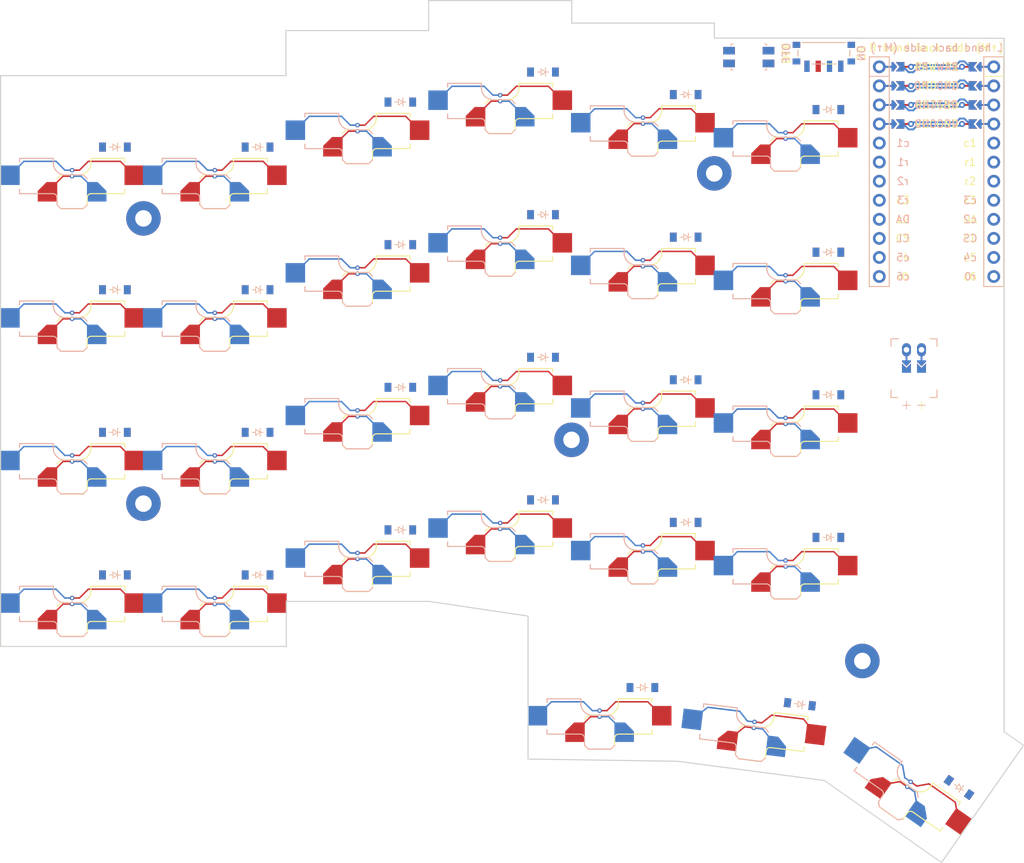
<source format=kicad_pcb>
(kicad_pcb (version 20240108) (generator "ergogen") (generator_version "4.2.1")
  (title_block (title "left") (date "2026-01-08") (rev "v1.0.0") (company "Unknown"))
  (layers (0 "F.Cu" signal) (31 "B.Cu" signal) (34 "B.Paste" user) (35 "F.Paste" user) (36 "B.SilkS" user "B.Silkscreen") (37 "F.SilkS" user "F.Silkscreen") (38 "B.Mask" user) (39 "F.Mask" user) (44 "Edge.Cuts" user))
  (net 0 "")
  (net 1 "outer_bottom")
  (net 2 "GND")
  (net 3 "D1")
  (net 4 "D2")
  (net 5 "outer_home")
  (net 6 "outer_above")
  (net 7 "outer_top")
  (net 8 "pinky_bottom")
  (net 9 "pinky_home")
  (net 10 "pinky_above")
  (net 11 "pinky_top")
  (net 12 "ring_bottom")
  (net 13 "ring_home")
  (net 14 "ring_above")
  (net 15 "ring_top")
  (net 16 "middle_bottom")
  (net 17 "middle_home")
  (net 18 "middle_above")
  (net 19 "middle_top")
  (net 20 "index_bottom")
  (net 21 "index_home")
  (net 22 "index_above")
  (net 23 "index_top")
  (net 24 "inner_bottom")
  (net 25 "inner_home")
  (net 26 "inner_above")
  (net 27 "inner_top")
  (net 28 "near_thumb")
  (net 29 "home_thumb")
  (net 30 "far_thumb")
  (net 31 "bottom")
  (net 32 "home")
  (net 33 "above")
  (net 34 "top")
  (net 35 "thumb")
  (net 36 "RAW")
  (net 37 "RST")
  (net 38 "VCC")
  (net 39 "P21")
  (net 40 "P20")
  (net 41 "P19")
  (net 42 "c3")
  (net 43 "c2")
  (net 44 "CS")
  (net 45 "c4")
  (net 46 "r0")
  (net 47 "P1")
  (net 48 "P0")
  (net 49 "c1")
  (net 50 "r1")
  (net 51 "r2")
  (net 52 "r3")
  (net 53 "DA")
  (net 54 "CL")
  (net 55 "c5")
  (net 56 "c6")
  (net 57 "P101")
  (net 58 "P102")
  (net 59 "P107")
  (net 60 "MCU1_24")
  (net 61 "MCU1_1")
  (net 62 "MCU1_23")
  (net 63 "MCU1_2")
  (net 64 "MCU1_22")
  (net 65 "MCU1_3")
  (net 66 "MCU1_21")
  (net 67 "MCU1_4")
  (net 68 "MCU1_20")
  (net 69 "MCU1_5")
  (net 70 "MCU1_19")
  (net 71 "MCU1_6")
  (net 72 "MCU1_18")
  (net 73 "MCU1_7")
  (net 74 "MCU1_17")
  (net 75 "MCU1_8")
  (net 76 "MCU1_16")
  (net 77 "MCU1_9")
  (net 78 "MCU1_15")
  (net 79 "MCU1_10")
  (net 80 "MCU1_14")
  (net 81 "MCU1_11")
  (net 82 "MCU1_13")
  (net 83 "MCU1_12")
  (net 84 "BAT_P")
  (net 85 "JST1_1")
  (net 86 "JST1_2")
  (footprint "ceoloide:switch_choc_v1_v2" (layer "B.Cu") (at 150 150 180)
    (property "Reference" "S1" hide)
  )
  (segment (start 146.725 155.95) (end 148.8 153.875) (width 0.2) (layer "F.Cu") (net 0))
  (segment (start 148.8 153.875) (end 150 153.875) (width 0.2) (layer "F.Cu") (net 0))
  (via (at 150 153.875) (size 0.6) (drill 0.3) (layers "F.Cu" "B.Cu") (net 0))
  (segment (start 151.2 153.875) (end 150 153.875) (width 0.2) (layer "B.Cu") (net 0))
  (segment (start 153.275 155.95) (end 151.2 153.875) (width 0.2) (layer "B.Cu") (net 0))
  (segment (start 156.421 151.896) (end 152.154 151.896) (width 0.2) (layer "F.Cu") (net 1))
  (segment (start 150.975 153.075) (end 150 153.075) (width 0.2) (layer "F.Cu") (net 1))
  (segment (start 158.275 153.75) (end 156.421 151.896) (width 0.2) (layer "F.Cu") (net 1))
  (segment (start 152.154 151.896) (end 150.975 153.075) (width 0.2) (layer "F.Cu") (net 1))
  (via (at 150 153.075) (size 0.6) (drill 0.3) (layers "F.Cu" "B.Cu") (net 1))
  (segment (start 147.859834 151.896) (end 149.038834 153.075) (width 0.2) (layer "B.Cu") (net 1))
  (segment (start 143.579 151.896) (end 147.859834 151.896) (width 0.2) (layer "B.Cu") (net 1))
  (segment (start 149.038834 153.075) (end 150 153.075) (width 0.2) (layer "B.Cu") (net 1))
  (segment (start 141.725 153.75) (end 143.579 151.896) (width 0.2) (layer "B.Cu") (net 1))
  (footprint "ceoloide:switch_choc_v1_v2" (layer "B.Cu") (at 150 131 180)
    (property "Reference" "S2" hide)
  )
  (segment (start 146.725 136.95) (end 148.8 134.875) (width 0.2) (layer "F.Cu") (net 0))
  (segment (start 148.8 134.875) (end 150 134.875) (width 0.2) (layer "F.Cu") (net 0))
  (via (at 150 134.875) (size 0.6) (drill 0.3) (layers "F.Cu" "B.Cu") (net 0))
  (segment (start 151.2 134.875) (end 150 134.875) (width 0.2) (layer "B.Cu") (net 0))
  (segment (start 153.275 136.95) (end 151.2 134.875) (width 0.2) (layer "B.Cu") (net 0))
  (segment (start 156.421 132.896) (end 152.154 132.896) (width 0.2) (layer "F.Cu") (net 5))
  (segment (start 150.975 134.075) (end 150 134.075) (width 0.2) (layer "F.Cu") (net 5))
  (segment (start 158.275 134.75) (end 156.421 132.896) (width 0.2) (layer "F.Cu") (net 5))
  (segment (start 152.154 132.896) (end 150.975 134.075) (width 0.2) (layer "F.Cu") (net 5))
  (via (at 150 134.075) (size 0.6) (drill 0.3) (layers "F.Cu" "B.Cu") (net 5))
  (segment (start 147.859834 132.896) (end 149.038834 134.075) (width 0.2) (layer "B.Cu") (net 5))
  (segment (start 143.579 132.896) (end 147.859834 132.896) (width 0.2) (layer "B.Cu") (net 5))
  (segment (start 149.038834 134.075) (end 150 134.075) (width 0.2) (layer "B.Cu") (net 5))
  (segment (start 141.725 134.75) (end 143.579 132.896) (width 0.2) (layer "B.Cu") (net 5))
  (footprint "ceoloide:switch_choc_v1_v2" (layer "B.Cu") (at 150 112 180)
    (property "Reference" "S3" hide)
  )
  (segment (start 146.725 117.95) (end 148.8 115.875) (width 0.2) (layer "F.Cu") (net 0))
  (segment (start 148.8 115.875) (end 150 115.875) (width 0.2) (layer "F.Cu") (net 0))
  (via (at 150 115.875) (size 0.6) (drill 0.3) (layers "F.Cu" "B.Cu") (net 0))
  (segment (start 151.2 115.875) (end 150 115.875) (width 0.2) (layer "B.Cu") (net 0))
  (segment (start 153.275 117.95) (end 151.2 115.875) (width 0.2) (layer "B.Cu") (net 0))
  (segment (start 156.421 113.896) (end 152.154 113.896) (width 0.2) (layer "F.Cu") (net 6))
  (segment (start 150.975 115.075) (end 150 115.075) (width 0.2) (layer "F.Cu") (net 6))
  (segment (start 158.275 115.75) (end 156.421 113.896) (width 0.2) (layer "F.Cu") (net 6))
  (segment (start 152.154 113.896) (end 150.975 115.075) (width 0.2) (layer "F.Cu") (net 6))
  (via (at 150 115.075) (size 0.6) (drill 0.3) (layers "F.Cu" "B.Cu") (net 6))
  (segment (start 147.859834 113.896) (end 149.038834 115.075) (width 0.2) (layer "B.Cu") (net 6))
  (segment (start 143.579 113.896) (end 147.859834 113.896) (width 0.2) (layer "B.Cu") (net 6))
  (segment (start 149.038834 115.075) (end 150 115.075) (width 0.2) (layer "B.Cu") (net 6))
  (segment (start 141.725 115.75) (end 143.579 113.896) (width 0.2) (layer "B.Cu") (net 6))
  (footprint "ceoloide:switch_choc_v1_v2" (layer "B.Cu") (at 150 93 180)
    (property "Reference" "S4" hide)
  )
  (segment (start 146.725 98.95) (end 148.8 96.875) (width 0.2) (layer "F.Cu") (net 0))
  (segment (start 148.8 96.875) (end 150 96.875) (width 0.2) (layer "F.Cu") (net 0))
  (via (at 150 96.875) (size 0.6) (drill 0.3) (layers "F.Cu" "B.Cu") (net 0))
  (segment (start 151.2 96.875) (end 150 96.875) (width 0.2) (layer "B.Cu") (net 0))
  (segment (start 153.275 98.95) (end 151.2 96.875) (width 0.2) (layer "B.Cu") (net 0))
  (segment (start 156.421 94.896) (end 152.154 94.896) (width 0.2) (layer "F.Cu") (net 7))
  (segment (start 150.975 96.075) (end 150 96.075) (width 0.2) (layer "F.Cu") (net 7))
  (segment (start 158.275 96.75) (end 156.421 94.896) (width 0.2) (layer "F.Cu") (net 7))
  (segment (start 152.154 94.896) (end 150.975 96.075) (width 0.2) (layer "F.Cu") (net 7))
  (via (at 150 96.075) (size 0.6) (drill 0.3) (layers "F.Cu" "B.Cu") (net 7))
  (segment (start 147.859834 94.896) (end 149.038834 96.075) (width 0.2) (layer "B.Cu") (net 7))
  (segment (start 143.579 94.896) (end 147.859834 94.896) (width 0.2) (layer "B.Cu") (net 7))
  (segment (start 149.038834 96.075) (end 150 96.075) (width 0.2) (layer "B.Cu") (net 7))
  (segment (start 141.725 96.75) (end 143.579 94.896) (width 0.2) (layer "B.Cu") (net 7))
  (footprint "ceoloide:switch_choc_v1_v2" (layer "B.Cu") (at 169 150 180)
    (property "Reference" "S5" hide)
  )
  (segment (start 165.725 155.95) (end 167.8 153.875) (width 0.2) (layer "F.Cu") (net 0))
  (segment (start 167.8 153.875) (end 169 153.875) (width 0.2) (layer "F.Cu") (net 0))
  (via (at 169 153.875) (size 0.6) (drill 0.3) (layers "F.Cu" "B.Cu") (net 0))
  (segment (start 170.2 153.875) (end 169 153.875) (width 0.2) (layer "B.Cu") (net 0))
  (segment (start 172.275 155.95) (end 170.2 153.875) (width 0.2) (layer "B.Cu") (net 0))
  (segment (start 175.421 151.896) (end 171.154 151.896) (width 0.2) (layer "F.Cu") (net 8))
  (segment (start 169.975 153.075) (end 169 153.075) (width 0.2) (layer "F.Cu") (net 8))
  (segment (start 177.275 153.75) (end 175.421 151.896) (width 0.2) (layer "F.Cu") (net 8))
  (segment (start 171.154 151.896) (end 169.975 153.075) (width 0.2) (layer "F.Cu") (net 8))
  (via (at 169 153.075) (size 0.6) (drill 0.3) (layers "F.Cu" "B.Cu") (net 8))
  (segment (start 166.859834 151.896) (end 168.038834 153.075) (width 0.2) (layer "B.Cu") (net 8))
  (segment (start 162.579 151.896) (end 166.859834 151.896) (width 0.2) (layer "B.Cu") (net 8))
  (segment (start 168.038834 153.075) (end 169 153.075) (width 0.2) (layer "B.Cu") (net 8))
  (segment (start 160.725 153.75) (end 162.579 151.896) (width 0.2) (layer "B.Cu") (net 8))
  (footprint "ceoloide:switch_choc_v1_v2" (layer "B.Cu") (at 169 131 180)
    (property "Reference" "S6" hide)
  )
  (segment (start 165.725 136.95) (end 167.8 134.875) (width 0.2) (layer "F.Cu") (net 0))
  (segment (start 167.8 134.875) (end 169 134.875) (width 0.2) (layer "F.Cu") (net 0))
  (via (at 169 134.875) (size 0.6) (drill 0.3) (layers "F.Cu" "B.Cu") (net 0))
  (segment (start 170.2 134.875) (end 169 134.875) (width 0.2) (layer "B.Cu") (net 0))
  (segment (start 172.275 136.95) (end 170.2 134.875) (width 0.2) (layer "B.Cu") (net 0))
  (segment (start 175.421 132.896) (end 171.154 132.896) (width 0.2) (layer "F.Cu") (net 9))
  (segment (start 169.975 134.075) (end 169 134.075) (width 0.2) (layer "F.Cu") (net 9))
  (segment (start 177.275 134.75) (end 175.421 132.896) (width 0.2) (layer "F.Cu") (net 9))
  (segment (start 171.154 132.896) (end 169.975 134.075) (width 0.2) (layer "F.Cu") (net 9))
  (via (at 169 134.075) (size 0.6) (drill 0.3) (layers "F.Cu" "B.Cu") (net 9))
  (segment (start 166.859834 132.896) (end 168.038834 134.075) (width 0.2) (layer "B.Cu") (net 9))
  (segment (start 162.579 132.896) (end 166.859834 132.896) (width 0.2) (layer "B.Cu") (net 9))
  (segment (start 168.038834 134.075) (end 169 134.075) (width 0.2) (layer "B.Cu") (net 9))
  (segment (start 160.725 134.75) (end 162.579 132.896) (width 0.2) (layer "B.Cu") (net 9))
  (footprint "ceoloide:switch_choc_v1_v2" (layer "B.Cu") (at 169 112 180)
    (property "Reference" "S7" hide)
  )
  (segment (start 165.725 117.95) (end 167.8 115.875) (width 0.2) (layer "F.Cu") (net 0))
  (segment (start 167.8 115.875) (end 169 115.875) (width 0.2) (layer "F.Cu") (net 0))
  (via (at 169 115.875) (size 0.6) (drill 0.3) (layers "F.Cu" "B.Cu") (net 0))
  (segment (start 170.2 115.875) (end 169 115.875) (width 0.2) (layer "B.Cu") (net 0))
  (segment (start 172.275 117.95) (end 170.2 115.875) (width 0.2) (layer "B.Cu") (net 0))
  (segment (start 175.421 113.896) (end 171.154 113.896) (width 0.2) (layer "F.Cu") (net 10))
  (segment (start 169.975 115.075) (end 169 115.075) (width 0.2) (layer "F.Cu") (net 10))
  (segment (start 177.275 115.75) (end 175.421 113.896) (width 0.2) (layer "F.Cu") (net 10))
  (segment (start 171.154 113.896) (end 169.975 115.075) (width 0.2) (layer "F.Cu") (net 10))
  (via (at 169 115.075) (size 0.6) (drill 0.3) (layers "F.Cu" "B.Cu") (net 10))
  (segment (start 166.859834 113.896) (end 168.038834 115.075) (width 0.2) (layer "B.Cu") (net 10))
  (segment (start 162.579 113.896) (end 166.859834 113.896) (width 0.2) (layer "B.Cu") (net 10))
  (segment (start 168.038834 115.075) (end 169 115.075) (width 0.2) (layer "B.Cu") (net 10))
  (segment (start 160.725 115.75) (end 162.579 113.896) (width 0.2) (layer "B.Cu") (net 10))
  (footprint "ceoloide:switch_choc_v1_v2" (layer "B.Cu") (at 169 93 180)
    (property "Reference" "S8" hide)
  )
  (segment (start 165.725 98.95) (end 167.8 96.875) (width 0.2) (layer "F.Cu") (net 0))
  (segment (start 167.8 96.875) (end 169 96.875) (width 0.2) (layer "F.Cu") (net 0))
  (via (at 169 96.875) (size 0.6) (drill 0.3) (layers "F.Cu" "B.Cu") (net 0))
  (segment (start 170.2 96.875) (end 169 96.875) (width 0.2) (layer "B.Cu") (net 0))
  (segment (start 172.275 98.95) (end 170.2 96.875) (width 0.2) (layer "B.Cu") (net 0))
  (segment (start 175.421 94.896) (end 171.154 94.896) (width 0.2) (layer "F.Cu") (net 11))
  (segment (start 169.975 96.075) (end 169 96.075) (width 0.2) (layer "F.Cu") (net 11))
  (segment (start 177.275 96.75) (end 175.421 94.896) (width 0.2) (layer "F.Cu") (net 11))
  (segment (start 171.154 94.896) (end 169.975 96.075) (width 0.2) (layer "F.Cu") (net 11))
  (via (at 169 96.075) (size 0.6) (drill 0.3) (layers "F.Cu" "B.Cu") (net 11))
  (segment (start 166.859834 94.896) (end 168.038834 96.075) (width 0.2) (layer "B.Cu") (net 11))
  (segment (start 162.579 94.896) (end 166.859834 94.896) (width 0.2) (layer "B.Cu") (net 11))
  (segment (start 168.038834 96.075) (end 169 96.075) (width 0.2) (layer "B.Cu") (net 11))
  (segment (start 160.725 96.75) (end 162.579 94.896) (width 0.2) (layer "B.Cu") (net 11))
  (footprint "ceoloide:switch_choc_v1_v2" (layer "B.Cu") (at 188 144 180)
    (property "Reference" "S9" hide)
  )
  (segment (start 184.725 149.95) (end 186.8 147.875) (width 0.2) (layer "F.Cu") (net 0))
  (segment (start 186.8 147.875) (end 188 147.875) (width 0.2) (layer "F.Cu") (net 0))
  (via (at 188 147.875) (size 0.6) (drill 0.3) (layers "F.Cu" "B.Cu") (net 0))
  (segment (start 189.2 147.875) (end 188 147.875) (width 0.2) (layer "B.Cu") (net 0))
  (segment (start 191.275 149.95) (end 189.2 147.875) (width 0.2) (layer "B.Cu") (net 0))
  (segment (start 194.421 145.896) (end 190.154 145.896) (width 0.2) (layer "F.Cu") (net 12))
  (segment (start 188.975 147.075) (end 188 147.075) (width 0.2) (layer "F.Cu") (net 12))
  (segment (start 196.275 147.75) (end 194.421 145.896) (width 0.2) (layer "F.Cu") (net 12))
  (segment (start 190.154 145.896) (end 188.975 147.075) (width 0.2) (layer "F.Cu") (net 12))
  (via (at 188 147.075) (size 0.6) (drill 0.3) (layers "F.Cu" "B.Cu") (net 12))
  (segment (start 185.859834 145.896) (end 187.038834 147.075) (width 0.2) (layer "B.Cu") (net 12))
  (segment (start 181.579 145.896) (end 185.859834 145.896) (width 0.2) (layer "B.Cu") (net 12))
  (segment (start 187.038834 147.075) (end 188 147.075) (width 0.2) (layer "B.Cu") (net 12))
  (segment (start 179.725 147.75) (end 181.579 145.896) (width 0.2) (layer "B.Cu") (net 12))
  (footprint "ceoloide:switch_choc_v1_v2" (layer "B.Cu") (at 188 125 180)
    (property "Reference" "S10" hide)
  )
  (segment (start 184.725 130.95) (end 186.8 128.875) (width 0.2) (layer "F.Cu") (net 0))
  (segment (start 186.8 128.875) (end 188 128.875) (width 0.2) (layer "F.Cu") (net 0))
  (via (at 188 128.875) (size 0.6) (drill 0.3) (layers "F.Cu" "B.Cu") (net 0))
  (segment (start 189.2 128.875) (end 188 128.875) (width 0.2) (layer "B.Cu") (net 0))
  (segment (start 191.275 130.95) (end 189.2 128.875) (width 0.2) (layer "B.Cu") (net 0))
  (segment (start 194.421 126.896) (end 190.154 126.896) (width 0.2) (layer "F.Cu") (net 13))
  (segment (start 188.975 128.075) (end 188 128.075) (width 0.2) (layer "F.Cu") (net 13))
  (segment (start 196.275 128.75) (end 194.421 126.896) (width 0.2) (layer "F.Cu") (net 13))
  (segment (start 190.154 126.896) (end 188.975 128.075) (width 0.2) (layer "F.Cu") (net 13))
  (via (at 188 128.075) (size 0.6) (drill 0.3) (layers "F.Cu" "B.Cu") (net 13))
  (segment (start 185.859834 126.896) (end 187.038834 128.075) (width 0.2) (layer "B.Cu") (net 13))
  (segment (start 181.579 126.896) (end 185.859834 126.896) (width 0.2) (layer "B.Cu") (net 13))
  (segment (start 187.038834 128.075) (end 188 128.075) (width 0.2) (layer "B.Cu") (net 13))
  (segment (start 179.725 128.75) (end 181.579 126.896) (width 0.2) (layer "B.Cu") (net 13))
  (footprint "ceoloide:switch_choc_v1_v2" (layer "B.Cu") (at 188 106 180)
    (property "Reference" "S11" hide)
  )
  (segment (start 184.725 111.95) (end 186.8 109.875) (width 0.2) (layer "F.Cu") (net 0))
  (segment (start 186.8 109.875) (end 188 109.875) (width 0.2) (layer "F.Cu") (net 0))
  (via (at 188 109.875) (size 0.6) (drill 0.3) (layers "F.Cu" "B.Cu") (net 0))
  (segment (start 189.2 109.875) (end 188 109.875) (width 0.2) (layer "B.Cu") (net 0))
  (segment (start 191.275 111.95) (end 189.2 109.875) (width 0.2) (layer "B.Cu") (net 0))
  (segment (start 194.421 107.896) (end 190.154 107.896) (width 0.2) (layer "F.Cu") (net 14))
  (segment (start 188.975 109.075) (end 188 109.075) (width 0.2) (layer "F.Cu") (net 14))
  (segment (start 196.275 109.75) (end 194.421 107.896) (width 0.2) (layer "F.Cu") (net 14))
  (segment (start 190.154 107.896) (end 188.975 109.075) (width 0.2) (layer "F.Cu") (net 14))
  (via (at 188 109.075) (size 0.6) (drill 0.3) (layers "F.Cu" "B.Cu") (net 14))
  (segment (start 185.859834 107.896) (end 187.038834 109.075) (width 0.2) (layer "B.Cu") (net 14))
  (segment (start 181.579 107.896) (end 185.859834 107.896) (width 0.2) (layer "B.Cu") (net 14))
  (segment (start 187.038834 109.075) (end 188 109.075) (width 0.2) (layer "B.Cu") (net 14))
  (segment (start 179.725 109.75) (end 181.579 107.896) (width 0.2) (layer "B.Cu") (net 14))
  (footprint "ceoloide:switch_choc_v1_v2" (layer "B.Cu") (at 188 87 180)
    (property "Reference" "S12" hide)
  )
  (segment (start 184.725 92.95) (end 186.8 90.875) (width 0.2) (layer "F.Cu") (net 0))
  (segment (start 186.8 90.875) (end 188 90.875) (width 0.2) (layer "F.Cu") (net 0))
  (via (at 188 90.875) (size 0.6) (drill 0.3) (layers "F.Cu" "B.Cu") (net 0))
  (segment (start 189.2 90.875) (end 188 90.875) (width 0.2) (layer "B.Cu") (net 0))
  (segment (start 191.275 92.95) (end 189.2 90.875) (width 0.2) (layer "B.Cu") (net 0))
  (segment (start 194.421 88.896) (end 190.154 88.896) (width 0.2) (layer "F.Cu") (net 15))
  (segment (start 188.975 90.075) (end 188 90.075) (width 0.2) (layer "F.Cu") (net 15))
  (segment (start 196.275 90.75) (end 194.421 88.896) (width 0.2) (layer "F.Cu") (net 15))
  (segment (start 190.154 88.896) (end 188.975 90.075) (width 0.2) (layer "F.Cu") (net 15))
  (via (at 188 90.075) (size 0.6) (drill 0.3) (layers "F.Cu" "B.Cu") (net 15))
  (segment (start 185.859834 88.896) (end 187.038834 90.075) (width 0.2) (layer "B.Cu") (net 15))
  (segment (start 181.579 88.896) (end 185.859834 88.896) (width 0.2) (layer "B.Cu") (net 15))
  (segment (start 187.038834 90.075) (end 188 90.075) (width 0.2) (layer "B.Cu") (net 15))
  (segment (start 179.725 90.75) (end 181.579 88.896) (width 0.2) (layer "B.Cu") (net 15))
  (footprint "ceoloide:switch_choc_v1_v2" (layer "B.Cu") (at 207 140 180)
    (property "Reference" "S13" hide)
  )
  (segment (start 203.725 145.95) (end 205.8 143.875) (width 0.2) (layer "F.Cu") (net 0))
  (segment (start 205.8 143.875) (end 207 143.875) (width 0.2) (layer "F.Cu") (net 0))
  (via (at 207 143.875) (size 0.6) (drill 0.3) (layers "F.Cu" "B.Cu") (net 0))
  (segment (start 208.2 143.875) (end 207 143.875) (width 0.2) (layer "B.Cu") (net 0))
  (segment (start 210.275 145.95) (end 208.2 143.875) (width 0.2) (layer "B.Cu") (net 0))
  (segment (start 213.421 141.896) (end 209.154 141.896) (width 0.2) (layer "F.Cu") (net 16))
  (segment (start 207.975 143.075) (end 207 143.075) (width 0.2) (layer "F.Cu") (net 16))
  (segment (start 215.275 143.75) (end 213.421 141.896) (width 0.2) (layer "F.Cu") (net 16))
  (segment (start 209.154 141.896) (end 207.975 143.075) (width 0.2) (layer "F.Cu") (net 16))
  (via (at 207 143.075) (size 0.6) (drill 0.3) (layers "F.Cu" "B.Cu") (net 16))
  (segment (start 204.859834 141.896) (end 206.038834 143.075) (width 0.2) (layer "B.Cu") (net 16))
  (segment (start 200.579 141.896) (end 204.859834 141.896) (width 0.2) (layer "B.Cu") (net 16))
  (segment (start 206.038834 143.075) (end 207 143.075) (width 0.2) (layer "B.Cu") (net 16))
  (segment (start 198.725 143.75) (end 200.579 141.896) (width 0.2) (layer "B.Cu") (net 16))
  (footprint "ceoloide:switch_choc_v1_v2" (layer "B.Cu") (at 207 121 180)
    (property "Reference" "S14" hide)
  )
  (segment (start 203.725 126.95) (end 205.8 124.875) (width 0.2) (layer "F.Cu") (net 0))
  (segment (start 205.8 124.875) (end 207 124.875) (width 0.2) (layer "F.Cu") (net 0))
  (via (at 207 124.875) (size 0.6) (drill 0.3) (layers "F.Cu" "B.Cu") (net 0))
  (segment (start 208.2 124.875) (end 207 124.875) (width 0.2) (layer "B.Cu") (net 0))
  (segment (start 210.275 126.95) (end 208.2 124.875) (width 0.2) (layer "B.Cu") (net 0))
  (segment (start 213.421 122.896) (end 209.154 122.896) (width 0.2) (layer "F.Cu") (net 17))
  (segment (start 207.975 124.075) (end 207 124.075) (width 0.2) (layer "F.Cu") (net 17))
  (segment (start 215.275 124.75) (end 213.421 122.896) (width 0.2) (layer "F.Cu") (net 17))
  (segment (start 209.154 122.896) (end 207.975 124.075) (width 0.2) (layer "F.Cu") (net 17))
  (via (at 207 124.075) (size 0.6) (drill 0.3) (layers "F.Cu" "B.Cu") (net 17))
  (segment (start 204.859834 122.896) (end 206.038834 124.075) (width 0.2) (layer "B.Cu") (net 17))
  (segment (start 200.579 122.896) (end 204.859834 122.896) (width 0.2) (layer "B.Cu") (net 17))
  (segment (start 206.038834 124.075) (end 207 124.075) (width 0.2) (layer "B.Cu") (net 17))
  (segment (start 198.725 124.75) (end 200.579 122.896) (width 0.2) (layer "B.Cu") (net 17))
  (footprint "ceoloide:switch_choc_v1_v2" (layer "B.Cu") (at 207 102 180)
    (property "Reference" "S15" hide)
  )
  (segment (start 203.725 107.95) (end 205.8 105.875) (width 0.2) (layer "F.Cu") (net 0))
  (segment (start 205.8 105.875) (end 207 105.875) (width 0.2) (layer "F.Cu") (net 0))
  (via (at 207 105.875) (size 0.6) (drill 0.3) (layers "F.Cu" "B.Cu") (net 0))
  (segment (start 208.2 105.875) (end 207 105.875) (width 0.2) (layer "B.Cu") (net 0))
  (segment (start 210.275 107.95) (end 208.2 105.875) (width 0.2) (layer "B.Cu") (net 0))
  (segment (start 213.421 103.896) (end 209.154 103.896) (width 0.2) (layer "F.Cu") (net 18))
  (segment (start 207.975 105.075) (end 207 105.075) (width 0.2) (layer "F.Cu") (net 18))
  (segment (start 215.275 105.75) (end 213.421 103.896) (width 0.2) (layer "F.Cu") (net 18))
  (segment (start 209.154 103.896) (end 207.975 105.075) (width 0.2) (layer "F.Cu") (net 18))
  (via (at 207 105.075) (size 0.6) (drill 0.3) (layers "F.Cu" "B.Cu") (net 18))
  (segment (start 204.859834 103.896) (end 206.038834 105.075) (width 0.2) (layer "B.Cu") (net 18))
  (segment (start 200.579 103.896) (end 204.859834 103.896) (width 0.2) (layer "B.Cu") (net 18))
  (segment (start 206.038834 105.075) (end 207 105.075) (width 0.2) (layer "B.Cu") (net 18))
  (segment (start 198.725 105.75) (end 200.579 103.896) (width 0.2) (layer "B.Cu") (net 18))
  (footprint "ceoloide:switch_choc_v1_v2" (layer "B.Cu") (at 207 83 180)
    (property "Reference" "S16" hide)
  )
  (segment (start 203.725 88.95) (end 205.8 86.875) (width 0.2) (layer "F.Cu") (net 0))
  (segment (start 205.8 86.875) (end 207 86.875) (width 0.2) (layer "F.Cu") (net 0))
  (via (at 207 86.875) (size 0.6) (drill 0.3) (layers "F.Cu" "B.Cu") (net 0))
  (segment (start 208.2 86.875) (end 207 86.875) (width 0.2) (layer "B.Cu") (net 0))
  (segment (start 210.275 88.95) (end 208.2 86.875) (width 0.2) (layer "B.Cu") (net 0))
  (segment (start 213.421 84.896) (end 209.154 84.896) (width 0.2) (layer "F.Cu") (net 19))
  (segment (start 207.975 86.075) (end 207 86.075) (width 0.2) (layer "F.Cu") (net 19))
  (segment (start 215.275 86.75) (end 213.421 84.896) (width 0.2) (layer "F.Cu") (net 19))
  (segment (start 209.154 84.896) (end 207.975 86.075) (width 0.2) (layer "F.Cu") (net 19))
  (via (at 207 86.075) (size 0.6) (drill 0.3) (layers "F.Cu" "B.Cu") (net 19))
  (segment (start 204.859834 84.896) (end 206.038834 86.075) (width 0.2) (layer "B.Cu") (net 19))
  (segment (start 200.579 84.896) (end 204.859834 84.896) (width 0.2) (layer "B.Cu") (net 19))
  (segment (start 206.038834 86.075) (end 207 86.075) (width 0.2) (layer "B.Cu") (net 19))
  (segment (start 198.725 86.75) (end 200.579 84.896) (width 0.2) (layer "B.Cu") (net 19))
  (footprint "ceoloide:switch_choc_v1_v2" (layer "B.Cu") (at 226 143 180)
    (property "Reference" "S17" hide)
  )
  (segment (start 222.725 148.95) (end 224.8 146.875) (width 0.2) (layer "F.Cu") (net 0))
  (segment (start 224.8 146.875) (end 226 146.875) (width 0.2) (layer "F.Cu") (net 0))
  (via (at 226 146.875) (size 0.6) (drill 0.3) (layers "F.Cu" "B.Cu") (net 0))
  (segment (start 227.2 146.875) (end 226 146.875) (width 0.2) (layer "B.Cu") (net 0))
  (segment (start 229.275 148.95) (end 227.2 146.875) (width 0.2) (layer "B.Cu") (net 0))
  (segment (start 232.421 144.896) (end 228.154 144.896) (width 0.2) (layer "F.Cu") (net 20))
  (segment (start 226.975 146.075) (end 226 146.075) (width 0.2) (layer "F.Cu") (net 20))
  (segment (start 234.275 146.75) (end 232.421 144.896) (width 0.2) (layer "F.Cu") (net 20))
  (segment (start 228.154 144.896) (end 226.975 146.075) (width 0.2) (layer "F.Cu") (net 20))
  (via (at 226 146.075) (size 0.6) (drill 0.3) (layers "F.Cu" "B.Cu") (net 20))
  (segment (start 223.859834 144.896) (end 225.038834 146.075) (width 0.2) (layer "B.Cu") (net 20))
  (segment (start 219.579 144.896) (end 223.859834 144.896) (width 0.2) (layer "B.Cu") (net 20))
  (segment (start 225.038834 146.075) (end 226 146.075) (width 0.2) (layer "B.Cu") (net 20))
  (segment (start 217.725 146.75) (end 219.579 144.896) (width 0.2) (layer "B.Cu") (net 20))
  (footprint "ceoloide:switch_choc_v1_v2" (layer "B.Cu") (at 226 124 180)
    (property "Reference" "S18" hide)
  )
  (segment (start 222.725 129.95) (end 224.8 127.875) (width 0.2) (layer "F.Cu") (net 0))
  (segment (start 224.8 127.875) (end 226 127.875) (width 0.2) (layer "F.Cu") (net 0))
  (via (at 226 127.875) (size 0.6) (drill 0.3) (layers "F.Cu" "B.Cu") (net 0))
  (segment (start 227.2 127.875) (end 226 127.875) (width 0.2) (layer "B.Cu") (net 0))
  (segment (start 229.275 129.95) (end 227.2 127.875) (width 0.2) (layer "B.Cu") (net 0))
  (segment (start 232.421 125.896) (end 228.154 125.896) (width 0.2) (layer "F.Cu") (net 21))
  (segment (start 226.975 127.075) (end 226 127.075) (width 0.2) (layer "F.Cu") (net 21))
  (segment (start 234.275 127.75) (end 232.421 125.896) (width 0.2) (layer "F.Cu") (net 21))
  (segment (start 228.154 125.896) (end 226.975 127.075) (width 0.2) (layer "F.Cu") (net 21))
  (via (at 226 127.075) (size 0.6) (drill 0.3) (layers "F.Cu" "B.Cu") (net 21))
  (segment (start 223.859834 125.896) (end 225.038834 127.075) (width 0.2) (layer "B.Cu") (net 21))
  (segment (start 219.579 125.896) (end 223.859834 125.896) (width 0.2) (layer "B.Cu") (net 21))
  (segment (start 225.038834 127.075) (end 226 127.075) (width 0.2) (layer "B.Cu") (net 21))
  (segment (start 217.725 127.75) (end 219.579 125.896) (width 0.2) (layer "B.Cu") (net 21))
  (footprint "ceoloide:switch_choc_v1_v2" (layer "B.Cu") (at 226 105 180)
    (property "Reference" "S19" hide)
  )
  (segment (start 222.725 110.95) (end 224.8 108.875) (width 0.2) (layer "F.Cu") (net 0))
  (segment (start 224.8 108.875) (end 226 108.875) (width 0.2) (layer "F.Cu") (net 0))
  (via (at 226 108.875) (size 0.6) (drill 0.3) (layers "F.Cu" "B.Cu") (net 0))
  (segment (start 227.2 108.875) (end 226 108.875) (width 0.2) (layer "B.Cu") (net 0))
  (segment (start 229.275 110.95) (end 227.2 108.875) (width 0.2) (layer "B.Cu") (net 0))
  (segment (start 232.421 106.896) (end 228.154 106.896) (width 0.2) (layer "F.Cu") (net 22))
  (segment (start 226.975 108.075) (end 226 108.075) (width 0.2) (layer "F.Cu") (net 22))
  (segment (start 234.275 108.75) (end 232.421 106.896) (width 0.2) (layer "F.Cu") (net 22))
  (segment (start 228.154 106.896) (end 226.975 108.075) (width 0.2) (layer "F.Cu") (net 22))
  (via (at 226 108.075) (size 0.6) (drill 0.3) (layers "F.Cu" "B.Cu") (net 22))
  (segment (start 223.859834 106.896) (end 225.038834 108.075) (width 0.2) (layer "B.Cu") (net 22))
  (segment (start 219.579 106.896) (end 223.859834 106.896) (width 0.2) (layer "B.Cu") (net 22))
  (segment (start 225.038834 108.075) (end 226 108.075) (width 0.2) (layer "B.Cu") (net 22))
  (segment (start 217.725 108.75) (end 219.579 106.896) (width 0.2) (layer "B.Cu") (net 22))
  (footprint "ceoloide:switch_choc_v1_v2" (layer "B.Cu") (at 226 86 180)
    (property "Reference" "S20" hide)
  )
  (segment (start 222.725 91.95) (end 224.8 89.875) (width 0.2) (layer "F.Cu") (net 0))
  (segment (start 224.8 89.875) (end 226 89.875) (width 0.2) (layer "F.Cu") (net 0))
  (via (at 226 89.875) (size 0.6) (drill 0.3) (layers "F.Cu" "B.Cu") (net 0))
  (segment (start 227.2 89.875) (end 226 89.875) (width 0.2) (layer "B.Cu") (net 0))
  (segment (start 229.275 91.95) (end 227.2 89.875) (width 0.2) (layer "B.Cu") (net 0))
  (segment (start 232.421 87.896) (end 228.154 87.896) (width 0.2) (layer "F.Cu") (net 23))
  (segment (start 226.975 89.075) (end 226 89.075) (width 0.2) (layer "F.Cu") (net 23))
  (segment (start 234.275 89.75) (end 232.421 87.896) (width 0.2) (layer "F.Cu") (net 23))
  (segment (start 228.154 87.896) (end 226.975 89.075) (width 0.2) (layer "F.Cu") (net 23))
  (via (at 226 89.075) (size 0.6) (drill 0.3) (layers "F.Cu" "B.Cu") (net 23))
  (segment (start 223.859834 87.896) (end 225.038834 89.075) (width 0.2) (layer "B.Cu") (net 23))
  (segment (start 219.579 87.896) (end 223.859834 87.896) (width 0.2) (layer "B.Cu") (net 23))
  (segment (start 225.038834 89.075) (end 226 89.075) (width 0.2) (layer "B.Cu") (net 23))
  (segment (start 217.725 89.75) (end 219.579 87.896) (width 0.2) (layer "B.Cu") (net 23))
  (footprint "ceoloide:switch_choc_v1_v2" (layer "B.Cu") (at 245 145 180)
    (property "Reference" "S21" hide)
  )
  (segment (start 241.725 150.95) (end 243.8 148.875) (width 0.2) (layer "F.Cu") (net 0))
  (segment (start 243.8 148.875) (end 245 148.875) (width 0.2) (layer "F.Cu") (net 0))
  (via (at 245 148.875) (size 0.6) (drill 0.3) (layers "F.Cu" "B.Cu") (net 0))
  (segment (start 246.2 148.875) (end 245 148.875) (width 0.2) (layer "B.Cu") (net 0))
  (segment (start 248.275 150.95) (end 246.2 148.875) (width 0.2) (layer "B.Cu") (net 0))
  (segment (start 251.421 146.896) (end 247.154 146.896) (width 0.2) (layer "F.Cu") (net 24))
  (segment (start 245.975 148.075) (end 245 148.075) (width 0.2) (layer "F.Cu") (net 24))
  (segment (start 253.275 148.75) (end 251.421 146.896) (width 0.2) (layer "F.Cu") (net 24))
  (segment (start 247.154 146.896) (end 245.975 148.075) (width 0.2) (layer "F.Cu") (net 24))
  (via (at 245 148.075) (size 0.6) (drill 0.3) (layers "F.Cu" "B.Cu") (net 24))
  (segment (start 242.859834 146.896) (end 244.038834 148.075) (width 0.2) (layer "B.Cu") (net 24))
  (segment (start 238.579 146.896) (end 242.859834 146.896) (width 0.2) (layer "B.Cu") (net 24))
  (segment (start 244.038834 148.075) (end 245 148.075) (width 0.2) (layer "B.Cu") (net 24))
  (segment (start 236.725 148.75) (end 238.579 146.896) (width 0.2) (layer "B.Cu") (net 24))
  (footprint "ceoloide:switch_choc_v1_v2" (layer "B.Cu") (at 245 126 180)
    (property "Reference" "S22" hide)
  )
  (segment (start 241.725 131.95) (end 243.8 129.875) (width 0.2) (layer "F.Cu") (net 0))
  (segment (start 243.8 129.875) (end 245 129.875) (width 0.2) (layer "F.Cu") (net 0))
  (via (at 245 129.875) (size 0.6) (drill 0.3) (layers "F.Cu" "B.Cu") (net 0))
  (segment (start 246.2 129.875) (end 245 129.875) (width 0.2) (layer "B.Cu") (net 0))
  (segment (start 248.275 131.95) (end 246.2 129.875) (width 0.2) (layer "B.Cu") (net 0))
  (segment (start 251.421 127.896) (end 247.154 127.896) (width 0.2) (layer "F.Cu") (net 25))
  (segment (start 245.975 129.075) (end 245 129.075) (width 0.2) (layer "F.Cu") (net 25))
  (segment (start 253.275 129.75) (end 251.421 127.896) (width 0.2) (layer "F.Cu") (net 25))
  (segment (start 247.154 127.896) (end 245.975 129.075) (width 0.2) (layer "F.Cu") (net 25))
  (via (at 245 129.075) (size 0.6) (drill 0.3) (layers "F.Cu" "B.Cu") (net 25))
  (segment (start 242.859834 127.896) (end 244.038834 129.075) (width 0.2) (layer "B.Cu") (net 25))
  (segment (start 238.579 127.896) (end 242.859834 127.896) (width 0.2) (layer "B.Cu") (net 25))
  (segment (start 244.038834 129.075) (end 245 129.075) (width 0.2) (layer "B.Cu") (net 25))
  (segment (start 236.725 129.75) (end 238.579 127.896) (width 0.2) (layer "B.Cu") (net 25))
  (footprint "ceoloide:switch_choc_v1_v2" (layer "B.Cu") (at 245 107 180)
    (property "Reference" "S23" hide)
  )
  (segment (start 241.725 112.95) (end 243.8 110.875) (width 0.2) (layer "F.Cu") (net 0))
  (segment (start 243.8 110.875) (end 245 110.875) (width 0.2) (layer "F.Cu") (net 0))
  (via (at 245 110.875) (size 0.6) (drill 0.3) (layers "F.Cu" "B.Cu") (net 0))
  (segment (start 246.2 110.875) (end 245 110.875) (width 0.2) (layer "B.Cu") (net 0))
  (segment (start 248.275 112.95) (end 246.2 110.875) (width 0.2) (layer "B.Cu") (net 0))
  (segment (start 251.421 108.896) (end 247.154 108.896) (width 0.2) (layer "F.Cu") (net 26))
  (segment (start 245.975 110.075) (end 245 110.075) (width 0.2) (layer "F.Cu") (net 26))
  (segment (start 253.275 110.75) (end 251.421 108.896) (width 0.2) (layer "F.Cu") (net 26))
  (segment (start 247.154 108.896) (end 245.975 110.075) (width 0.2) (layer "F.Cu") (net 26))
  (via (at 245 110.075) (size 0.6) (drill 0.3) (layers "F.Cu" "B.Cu") (net 26))
  (segment (start 242.859834 108.896) (end 244.038834 110.075) (width 0.2) (layer "B.Cu") (net 26))
  (segment (start 238.579 108.896) (end 242.859834 108.896) (width 0.2) (layer "B.Cu") (net 26))
  (segment (start 244.038834 110.075) (end 245 110.075) (width 0.2) (layer "B.Cu") (net 26))
  (segment (start 236.725 110.75) (end 238.579 108.896) (width 0.2) (layer "B.Cu") (net 26))
  (footprint "ceoloide:switch_choc_v1_v2" (layer "B.Cu") (at 245 88 180)
    (property "Reference" "S24" hide)
  )
  (segment (start 241.725 93.95) (end 243.8 91.875) (width 0.2) (layer "F.Cu") (net 0))
  (segment (start 243.8 91.875) (end 245 91.875) (width 0.2) (layer "F.Cu") (net 0))
  (via (at 245 91.875) (size 0.6) (drill 0.3) (layers "F.Cu" "B.Cu") (net 0))
  (segment (start 246.2 91.875) (end 245 91.875) (width 0.2) (layer "B.Cu") (net 0))
  (segment (start 248.275 93.95) (end 246.2 91.875) (width 0.2) (layer "B.Cu") (net 0))
  (segment (start 251.421 89.896) (end 247.154 89.896) (width 0.2) (layer "F.Cu") (net 27))
  (segment (start 245.975 91.075) (end 245 91.075) (width 0.2) (layer "F.Cu") (net 27))
  (segment (start 253.275 91.75) (end 251.421 89.896) (width 0.2) (layer "F.Cu") (net 27))
  (segment (start 247.154 89.896) (end 245.975 91.075) (width 0.2) (layer "F.Cu") (net 27))
  (via (at 245 91.075) (size 0.6) (drill 0.3) (layers "F.Cu" "B.Cu") (net 27))
  (segment (start 242.859834 89.896) (end 244.038834 91.075) (width 0.2) (layer "B.Cu") (net 27))
  (segment (start 238.579 89.896) (end 242.859834 89.896) (width 0.2) (layer "B.Cu") (net 27))
  (segment (start 244.038834 91.075) (end 245 91.075) (width 0.2) (layer "B.Cu") (net 27))
  (segment (start 236.725 91.75) (end 238.579 89.896) (width 0.2) (layer "B.Cu") (net 27))
  (footprint "ceoloide:switch_choc_v1_v2" (layer "B.Cu") (at 220.235 165.0025 180)
    (property "Reference" "S25" hide)
  )
  (segment (start 216.96 170.9525) (end 219.03500000000003 168.8775) (width 0.2) (layer "F.Cu") (net 0))
  (segment (start 219.03500000000003 168.8775) (end 220.235 168.8775) (width 0.2) (layer "F.Cu") (net 0))
  (via (at 220.235 168.8775) (size 0.6) (drill 0.3) (layers "F.Cu" "B.Cu") (net 0))
  (segment (start 221.435 168.8775) (end 220.235 168.8775) (width 0.2) (layer "B.Cu") (net 0))
  (segment (start 223.51000000000002 170.9525) (end 221.435 168.8775) (width 0.2) (layer "B.Cu") (net 0))
  (segment (start 226.656 166.89849999999998) (end 222.389 166.89849999999998) (width 0.2) (layer "F.Cu") (net 28))
  (segment (start 221.21 168.0775) (end 220.235 168.0775) (width 0.2) (layer "F.Cu") (net 28))
  (segment (start 228.51000000000002 168.7525) (end 226.656 166.89849999999998) (width 0.2) (layer "F.Cu") (net 28))
  (segment (start 222.389 166.89849999999998) (end 221.21 168.0775) (width 0.2) (layer "F.Cu") (net 28))
  (via (at 220.235 168.0775) (size 0.6) (drill 0.3) (layers "F.Cu" "B.Cu") (net 28))
  (segment (start 218.09483400000002 166.89849999999998) (end 219.27383400000002 168.0775) (width 0.2) (layer "B.Cu") (net 28))
  (segment (start 213.81400000000002 166.89849999999998) (end 218.09483400000002 166.89849999999998) (width 0.2) (layer "B.Cu") (net 28))
  (segment (start 219.27383400000002 168.0775) (end 220.235 168.0775) (width 0.2) (layer "B.Cu") (net 28))
  (segment (start 211.96 168.7525) (end 213.81400000000002 166.89849999999998) (width 0.2) (layer "B.Cu") (net 28))
  (footprint "ceoloide:switch_choc_v1_v2" (layer "B.Cu") (at 241.2423779 166.5320168 173)
    (property "Reference" "S26" hide)
  )
  (segment (start 237.2666667 172.0385443) (end 239.57907880000002 170.2318899) (width 0.2) (layer "F.Cu") (net 0))
  (segment (start 239.57907880000002 170.2318899) (end 240.7701342 170.3781331) (width 0.2) (layer "F.Cu") (net 0))
  (via (at 240.7701342 170.3781331) (size 0.6) (drill 0.3) (layers "F.Cu" "B.Cu") (net 0))
  (segment (start 241.9611896 170.5243763) (end 240.7701342 170.3781331) (width 0.2) (layer "B.Cu") (net 0))
  (segment (start 243.767844 172.8367885) (end 241.9611896 170.5243763) (width 0.2) (layer "B.Cu") (net 0))
  (segment (start 247.3844525 169.1964074) (end 243.149258 168.6763909) (width 0.2) (layer "F.Cu") (net 29))
  (segment (start 241.83536220000002 169.70291880000002) (end 240.8676297 169.5840962) (width 0.2) (layer "F.Cu") (net 29))
  (segment (start 248.9986873 171.2625337) (end 247.3844525 169.1964074) (width 0.2) (layer "F.Cu") (net 29))
  (segment (start 243.149258 168.6763909) (end 241.83536220000002 169.70291880000002) (width 0.2) (layer "F.Cu") (net 29))
  (via (at 240.8676297 169.5840962) (size 0.6) (drill 0.3) (layers "F.Cu" "B.Cu") (net 29))
  (segment (start 238.8871001 168.15306370000002) (end 239.9136281 169.4669595) (width 0.2) (layer "B.Cu") (net 29))
  (segment (start 234.6381748 167.63136120000001) (end 238.8871001 168.15306370000002) (width 0.2) (layer "B.Cu") (net 29))
  (segment (start 239.9136281 169.4669595) (end 240.8676297 169.5840962) (width 0.2) (layer "B.Cu") (net 29))
  (segment (start 232.5720485 169.2455961) (end 234.6381748 167.63136120000001) (width 0.2) (layer "B.Cu") (net 29))
  (footprint "ceoloide:switch_choc_v1_v2" (layer "B.Cu") (at 263.4247237 175.0470215 145)
    (property "Reference" "S27" hide)
  )
  (segment (start 257.329221 178.0425133) (end 260.2191326 177.5329439) (width 0.2) (layer "F.Cu") (net 0))
  (segment (start 260.2191326 177.5329439) (end 261.202115 178.2212357) (width 0.2) (layer "F.Cu") (net 0))
  (via (at 261.202115 178.2212357) (size 0.6) (drill 0.3) (layers "F.Cu" "B.Cu") (net 0))
  (segment (start 262.18509750000004 178.9095274) (end 261.202115 178.2212357) (width 0.2) (layer "B.Cu") (net 0))
  (segment (start 262.6946668 181.799439) (end 262.18509750000004 178.9095274) (width 0.2) (layer "B.Cu") (net 0))
  (segment (start 267.5969981 180.2830681) (end 264.1016763 177.8356174) (width 0.2) (layer "F.Cu") (net 30))
  (segment (start 262.4596494 178.1251511) (end 261.6609762 177.565914) (width 0.2) (layer "F.Cu") (net 30))
  (segment (start 268.0522952 182.8651867) (end 267.5969981 180.2830681) (width 0.2) (layer "F.Cu") (net 30))
  (segment (start 264.1016763 177.8356174) (end 262.4596494 178.1251511) (width 0.2) (layer "F.Cu") (net 30))
  (via (at 261.6609762 177.565914) (size 0.6) (drill 0.3) (layers "F.Cu" "B.Cu") (net 30))
  (segment (start 260.5841014 175.372585) (end 260.8736351 177.0146119) (width 0.2) (layer "B.Cu") (net 30))
  (segment (start 257.0774475 172.9171995) (end 260.5841014 175.372585) (width 0.2) (layer "B.Cu") (net 30))
  (segment (start 260.8736351 177.0146119) (end 261.6609762 177.565914) (width 0.2) (layer "B.Cu") (net 30))
  (segment (start 254.4953289 173.3724967) (end 257.0774475 172.9171995) (width 0.2) (layer "B.Cu") (net 30))
  (footprint "ceoloide:diode_tht_sod123" (layer "F.Cu") (at 155.7 150 180)
    (property "Reference" "D1" hide)
  )
  (footprint "ceoloide:diode_tht_sod123" (layer "F.Cu") (at 155.7 131 180)
    (property "Reference" "D2" hide)
  )
  (footprint "ceoloide:diode_tht_sod123" (layer "F.Cu") (at 155.7 112 180)
    (property "Reference" "D3" hide)
  )
  (footprint "ceoloide:diode_tht_sod123" (layer "F.Cu") (at 155.7 93 180)
    (property "Reference" "D4" hide)
  )
  (footprint "ceoloide:diode_tht_sod123" (layer "F.Cu") (at 174.7 150 180)
    (property "Reference" "D5" hide)
  )
  (footprint "ceoloide:diode_tht_sod123" (layer "F.Cu") (at 174.7 131 180)
    (property "Reference" "D6" hide)
  )
  (footprint "ceoloide:diode_tht_sod123" (layer "F.Cu") (at 174.7 112 180)
    (property "Reference" "D7" hide)
  )
  (footprint "ceoloide:diode_tht_sod123" (layer "F.Cu") (at 174.7 93 180)
    (property "Reference" "D8" hide)
  )
  (footprint "ceoloide:diode_tht_sod123" (layer "F.Cu") (at 193.7 144 180)
    (property "Reference" "D9" hide)
  )
  (footprint "ceoloide:diode_tht_sod123" (layer "F.Cu") (at 193.7 125 180)
    (property "Reference" "D10" hide)
  )
  (footprint "ceoloide:diode_tht_sod123" (layer "F.Cu") (at 193.7 106 180)
    (property "Reference" "D11" hide)
  )
  (footprint "ceoloide:diode_tht_sod123" (layer "F.Cu") (at 193.7 87 180)
    (property "Reference" "D12" hide)
  )
  (footprint "ceoloide:diode_tht_sod123" (layer "F.Cu") (at 212.7 140 180)
    (property "Reference" "D13" hide)
  )
  (footprint "ceoloide:diode_tht_sod123" (layer "F.Cu") (at 212.7 121 180)
    (property "Reference" "D14" hide)
  )
  (footprint "ceoloide:diode_tht_sod123" (layer "F.Cu") (at 212.7 102 180)
    (property "Reference" "D15" hide)
  )
  (footprint "ceoloide:diode_tht_sod123" (layer "F.Cu") (at 212.7 83 180)
    (property "Reference" "D16" hide)
  )
  (footprint "ceoloide:diode_tht_sod123" (layer "F.Cu") (at 231.7 143 180)
    (property "Reference" "D17" hide)
  )
  (footprint "ceoloide:diode_tht_sod123" (layer "F.Cu") (at 231.7 124 180)
    (property "Reference" "D18" hide)
  )
  (footprint "ceoloide:diode_tht_sod123" (layer "F.Cu") (at 231.7 105 180)
    (property "Reference" "D19" hide)
  )
  (footprint "ceoloide:diode_tht_sod123" (layer "F.Cu") (at 231.7 86 180)
    (property "Reference" "D20" hide)
  )
  (footprint "ceoloide:diode_tht_sod123" (layer "F.Cu") (at 250.7 145 180)
    (property "Reference" "D21" hide)
  )
  (footprint "ceoloide:diode_tht_sod123" (layer "F.Cu") (at 250.7 126 180)
    (property "Reference" "D22" hide)
  )
  (footprint "ceoloide:diode_tht_sod123" (layer "F.Cu") (at 250.7 107 180)
    (property "Reference" "D23" hide)
  )
  (footprint "ceoloide:diode_tht_sod123" (layer "F.Cu") (at 250.7 88 180)
    (property "Reference" "D24" hide)
  )
  (footprint "ceoloide:diode_tht_sod123" (layer "F.Cu") (at 225.935 165.0025 180)
    (property "Reference" "D25" hide)
  )
  (footprint "ceoloide:diode_tht_sod123" (layer "F.Cu") (at 246.899891 167.2266721 173)
    (property "Reference" "D26" hide)
  )
  (footprint "ceoloide:diode_tht_sod123" (layer "F.Cu") (at 268.0938904 178.3164072 145)
    (property "Reference" "D27" hide)
  )
  (footprint "ceoloide:mcu_supermini_nrf52840" (layer "F.Cu") (at 265.1 95 0)
    (property "Reference" "MCU1" hide)
  )
  (segment (start 269.875 82.3) (end 268.5 82.3) (width 0.25) (layer "F.Cu"))
  (segment (start 260.32500000000005 82.3) (end 261.70000000000005 82.3) (width 0.25) (layer "F.Cu"))
  (segment (start 257.48 82.3) (end 259.6 82.3) (width 0.25) (layer "F.Cu"))
  (segment (start 257.48 82.3) (end 259.6 82.3) (width 0.25) (layer "B.Cu"))
  (segment (start 270.6 82.3) (end 272.72 82.3) (width 0.25) (layer "F.Cu"))
  (segment (start 272.72 82.3) (end 270.6 82.3) (width 0.25) (layer "B.Cu"))
  (segment (start 262.49530500000003 82.53) (end 268.27000000000004 82.53) (width 0.25) (layer "B.Cu"))
  (segment (start 260.32500000000005 82.3) (end 260.67469500000004 82.3) (width 0.25) (layer "B.Cu"))
  (segment (start 261.399695 83.025) (end 262.000305 83.025) (width 0.25) (layer "B.Cu"))
  (segment (start 260.67469500000004 82.3) (end 261.399695 83.025) (width 0.25) (layer "B.Cu"))
  (segment (start 262.000305 83.025) (end 262.49530500000003 82.53) (width 0.25) (layer "B.Cu"))
  (segment (start 269.875 82.3) (end 269.525305 82.3) (width 0.25) (layer "B.Cu"))
  (segment (start 267.694695 82.08) (end 261.92 82.08) (width 0.25) (layer "B.Cu"))
  (segment (start 269.525305 82.3) (end 268.80030500000004 81.575) (width 0.25) (layer "B.Cu"))
  (segment (start 268.80030500000004 81.575) (end 268.199695 81.575) (width 0.25) (layer "B.Cu"))
  (segment (start 268.199695 81.575) (end 267.694695 82.08) (width 0.25) (layer "B.Cu"))
  (segment (start 269.875 84.84) (end 268.5 84.84) (width 0.25) (layer "F.Cu"))
  (segment (start 260.32500000000005 84.84) (end 261.70000000000005 84.84) (width 0.25) (layer "F.Cu"))
  (segment (start 257.48 84.84) (end 259.6 84.84) (width 0.25) (layer "F.Cu"))
  (segment (start 257.48 84.84) (end 259.6 84.84) (width 0.25) (layer "B.Cu"))
  (segment (start 270.6 84.84) (end 272.72 84.84) (width 0.25) (layer "F.Cu"))
  (segment (start 272.72 84.84) (end 270.6 84.84) (width 0.25) (layer "B.Cu"))
  (segment (start 262.49530500000003 85.07) (end 268.27000000000004 85.07) (width 0.25) (layer "B.Cu"))
  (segment (start 260.32500000000005 84.84) (end 260.67469500000004 84.84) (width 0.25) (layer "B.Cu"))
  (segment (start 261.399695 85.565) (end 262.000305 85.565) (width 0.25) (layer "B.Cu"))
  (segment (start 260.67469500000004 84.84) (end 261.399695 85.565) (width 0.25) (layer "B.Cu"))
  (segment (start 262.000305 85.565) (end 262.49530500000003 85.07) (width 0.25) (layer "B.Cu"))
  (segment (start 269.875 84.84) (end 269.525305 84.84) (width 0.25) (layer "B.Cu"))
  (segment (start 267.694695 84.62) (end 261.92 84.62) (width 0.25) (layer "B.Cu"))
  (segment (start 269.525305 84.84) (end 268.80030500000004 84.115) (width 0.25) (layer "B.Cu"))
  (segment (start 268.80030500000004 84.115) (end 268.199695 84.115) (width 0.25) (layer "B.Cu"))
  (segment (start 268.199695 84.115) (end 267.694695 84.62) (width 0.25) (layer "B.Cu"))
  (segment (start 269.875 87.38) (end 268.5 87.38) (width 0.25) (layer "F.Cu"))
  (segment (start 260.32500000000005 87.38) (end 261.70000000000005 87.38) (width 0.25) (layer "F.Cu"))
  (segment (start 257.48 87.38) (end 259.6 87.38) (width 0.25) (layer "F.Cu"))
  (segment (start 257.48 87.38) (end 259.6 87.38) (width 0.25) (layer "B.Cu"))
  (segment (start 270.6 87.38) (end 272.72 87.38) (width 0.25) (layer "F.Cu"))
  (segment (start 272.72 87.38) (end 270.6 87.38) (width 0.25) (layer "B.Cu"))
  (segment (start 262.49530500000003 87.61) (end 268.27000000000004 87.61) (width 0.25) (layer "B.Cu"))
  (segment (start 260.32500000000005 87.38) (end 260.67469500000004 87.38) (width 0.25) (layer "B.Cu"))
  (segment (start 261.399695 88.105) (end 262.000305 88.105) (width 0.25) (layer "B.Cu"))
  (segment (start 260.67469500000004 87.38) (end 261.399695 88.105) (width 0.25) (layer "B.Cu"))
  (segment (start 262.000305 88.105) (end 262.49530500000003 87.61) (width 0.25) (layer "B.Cu"))
  (segment (start 269.875 87.38) (end 269.525305 87.38) (width 0.25) (layer "B.Cu"))
  (segment (start 267.694695 87.16) (end 261.92 87.16) (width 0.25) (layer "B.Cu"))
  (segment (start 269.525305 87.38) (end 268.80030500000004 86.655) (width 0.25) (layer "B.Cu"))
  (segment (start 268.80030500000004 86.655) (end 268.199695 86.655) (width 0.25) (layer "B.Cu"))
  (segment (start 268.199695 86.655) (end 267.694695 87.16) (width 0.25) (layer "B.Cu"))
  (segment (start 269.875 89.92) (end 268.5 89.92) (width 0.25) (layer "F.Cu"))
  (segment (start 260.32500000000005 89.92) (end 261.70000000000005 89.92) (width 0.25) (layer "F.Cu"))
  (segment (start 257.48 89.92) (end 259.6 89.92) (width 0.25) (layer "F.Cu"))
  (segment (start 257.48 89.92) (end 259.6 89.92) (width 0.25) (layer "B.Cu"))
  (segment (start 270.6 89.92) (end 272.72 89.92) (width 0.25) (layer "F.Cu"))
  (segment (start 272.72 89.92) (end 270.6 89.92) (width 0.25) (layer "B.Cu"))
  (segment (start 262.49530500000003 90.15) (end 268.27000000000004 90.15) (width 0.25) (layer "B.Cu"))
  (segment (start 260.32500000000005 89.92) (end 260.67469500000004 89.92) (width 0.25) (layer "B.Cu"))
  (segment (start 261.399695 90.645) (end 262.000305 90.645) (width 0.25) (layer "B.Cu"))
  (segment (start 260.67469500000004 89.92) (end 261.399695 90.645) (width 0.25) (layer "B.Cu"))
  (segment (start 262.000305 90.645) (end 262.49530500000003 90.15) (width 0.25) (layer "B.Cu"))
  (segment (start 269.875 89.92) (end 269.525305 89.92) (width 0.25) (layer "B.Cu"))
  (segment (start 267.694695 89.7) (end 261.92 89.7) (width 0.25) (layer "B.Cu"))
  (segment (start 269.525305 89.92) (end 268.80030500000004 89.195) (width 0.25) (layer "B.Cu"))
  (segment (start 268.80030500000004 89.195) (end 268.199695 89.195) (width 0.25) (layer "B.Cu"))
  (segment (start 268.199695 89.195) (end 267.694695 89.7) (width 0.25) (layer "B.Cu"))
  (footprint "ceoloide:battery_connector_jst_ph_2" (layer "F.Cu") (at 262.1 120 0)
    (property "Reference" "JST1" hide)
  )
  (segment (start 261.1 121.8) (end 261.1 120) (width 0.25) (layer "F.Cu") (net 85))
  (segment (start 261.1 121.8) (end 261.1 120) (width 0.25) (layer "B.Cu") (net 85))
  (segment (start 263.1 121.8) (end 263.1 120) (width 0.25) (layer "F.Cu") (net 86))
  (segment (start 263.1 121.8) (end 263.1 120) (width 0.25) (layer "B.Cu") (net 86))
  (footprint "ceoloide:power_switch_smd_side" (layer "F.Cu") (at 250.10000000000002 80.5 90)
    (property "Reference" "PWR1" hide)
  )
  (footprint "ceoloide:reset_switch_smd_side" (layer "F.Cu") (at 240.10000000000002 81 0)
    (property "Reference" "RST1" hide)
  )
  (footprint "ceoloide:mounting_hole_npth" (layer "F.Cu") (at 159.5 102.5 0)
    (property "Reference" "MH1" hide)
  )
  (footprint "ceoloide:mounting_hole_npth" (layer "F.Cu") (at 235.5 96.5 0)
    (property "Reference" "MH2" hide)
  )
  (footprint "ceoloide:mounting_hole_npth" (layer "F.Cu") (at 159.5 140.5 0)
    (property "Reference" "MH3" hide)
  )
  (footprint "ceoloide:mounting_hole_npth" (layer "F.Cu") (at 255.22435626666666 161.46203076666666 -14)
    (property "Reference" "MH4" hide)
  )
  (footprint "ceoloide:mounting_hole_npth" (layer "F.Cu") (at 216.5 132 0)
    (property "Reference" "MH5" hide)
  )
  (gr_line (start 140.475 159.525) (end 178.525 159.525) (layer Edge.Cuts) (stroke (width 0.15)))
  (gr_line (start 140.475 159.525) (end 140.475 83.47500000000001) (layer Edge.Cuts) (stroke (width 0.15)))
  (gr_line (start 140.475 83.47500000000001) (end 178.475 83.47500000000001) (layer Edge.Cuts) (stroke (width 0.15)))
  (gr_line (start 178.525 159.525) (end 178.525 153.525) (layer Edge.Cuts) (stroke (width 0.15)))
  (gr_line (start 178.525 153.525) (end 197.525 153.525) (layer Edge.Cuts) (stroke (width 0.15)))
  (gr_line (start 197.475 77.47500000000001) (end 178.475 77.47500000000001) (layer Edge.Cuts) (stroke (width 0.15)))
  (gr_line (start 178.475 77.47500000000001) (end 178.475 83.47500000000001) (layer Edge.Cuts) (stroke (width 0.15)))
  (gr_line (start 216.525 76.47500000000001) (end 216.525 73.47500000000001) (layer Edge.Cuts) (stroke (width 0.15)))
  (gr_line (start 216.525 73.47500000000001) (end 197.475 73.47500000000001) (layer Edge.Cuts) (stroke (width 0.15)))
  (gr_line (start 197.475 73.47500000000001) (end 197.475 77.47500000000001) (layer Edge.Cuts) (stroke (width 0.15)))
  (gr_line (start 235.525 78.47500000000001) (end 235.525 76.47500000000001) (layer Edge.Cuts) (stroke (width 0.15)))
  (gr_line (start 235.525 76.47500000000001) (end 216.525 76.47500000000001) (layer Edge.Cuts) (stroke (width 0.15)))
  (gr_line (start 254.525 78.48733009708738) (end 254.525 78.47500000000001) (layer Edge.Cuts) (stroke (width 0.15)))
  (gr_line (start 254.525 78.47500000000001) (end 235.525 78.47500000000001) (layer Edge.Cuts) (stroke (width 0.15)))
  (gr_line (start 210.71 155.4775) (end 210.71 174.5275) (layer Edge.Cuts) (stroke (width 0.15)))
  (gr_line (start 250.1589849 177.3861292) (end 265.7638314 188.3127603) (layer Edge.Cuts) (stroke (width 0.15)))
  (gr_line (start 265.7638314 188.3127603) (end 276.6904625 172.7079138) (layer Edge.Cuts) (stroke (width 0.15)))
  (gr_line (start 276.6904625 172.7079138) (end 274.1 170.89405243866693) (layer Edge.Cuts) (stroke (width 0.15)))
  (gr_line (start 274.1 170.89405243866693) (end 274.1 78.5) (layer Edge.Cuts) (stroke (width 0.15)))
  (gr_line (start 197.525 153.525) (end 210.71 155.4775) (layer Edge.Cuts) (stroke (width 0.15)))
  (gr_line (start 210.71 174.5275) (end 230.6275703 174.8252134) (layer Edge.Cuts) (stroke (width 0.15)))
  (gr_line (start 230.6275703 174.8252134) (end 250.1589849 177.3861292) (layer Edge.Cuts) (stroke (width 0.15)))
  (gr_line (start 274.1 78.5) (end 254.525 78.48733009708738) (layer Edge.Cuts) (stroke (width 0.15)))
)
</source>
